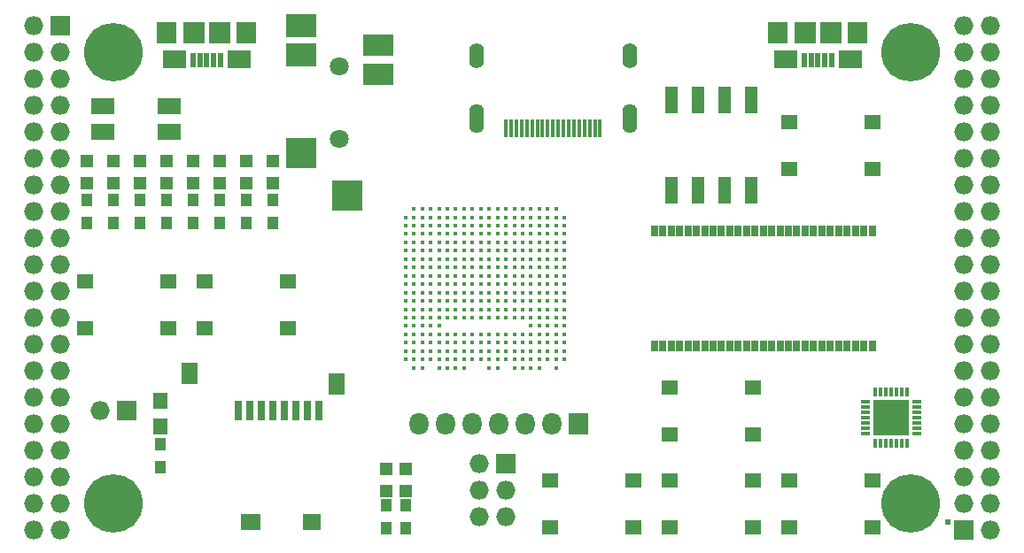
<source format=gts>
G04 #@! TF.FileFunction,Soldermask,Top*
%FSLAX46Y46*%
G04 Gerber Fmt 4.6, Leading zero omitted, Abs format (unit mm)*
G04 Created by KiCad (PCBNEW 4.0.7+dfsg1-1) date Wed Oct  4 18:53:59 2017*
%MOMM*%
%LPD*%
G01*
G04 APERTURE LIST*
%ADD10C,0.100000*%
%ADD11R,0.800000X1.900000*%
%ADD12R,1.700000X1.500000*%
%ADD13R,1.900000X1.500000*%
%ADD14R,1.500000X2.000000*%
%ADD15R,1.298880X1.298880*%
%ADD16R,0.660000X1.000000*%
%ADD17R,1.827200X1.827200*%
%ADD18O,1.827200X1.827200*%
%ADD19C,5.600000*%
%ADD20R,2.300000X1.500000*%
%ADD21R,1.000000X1.300000*%
%ADD22R,2.200000X1.700000*%
%ADD23R,2.000000X2.000000*%
%ADD24R,0.500000X1.450000*%
%ADD25R,1.900000X2.000000*%
%ADD26O,0.950000X0.400000*%
%ADD27O,0.400000X0.950000*%
%ADD28R,1.775000X1.775000*%
%ADD29R,0.600000X0.600000*%
%ADD30R,1.827200X2.132000*%
%ADD31O,1.827200X2.132000*%
%ADD32R,2.900000X2.300000*%
%ADD33R,2.900000X2.900000*%
%ADD34R,2.900000X2.100000*%
%ADD35C,1.800000*%
%ADD36O,1.400000X2.800000*%
%ADD37O,1.400000X2.400000*%
%ADD38R,0.350000X1.700000*%
%ADD39R,1.650000X1.400000*%
%ADD40R,1.220000X2.540000*%
%ADD41R,1.350000X1.600000*%
%ADD42C,0.430000*%
G04 APERTURE END LIST*
D10*
D11*
X114930000Y-99520000D03*
X116030000Y-99520000D03*
X117130000Y-99520000D03*
X118230000Y-99520000D03*
X119330000Y-99520000D03*
X120430000Y-99520000D03*
X121530000Y-99520000D03*
X122630000Y-99520000D03*
D12*
X121920000Y-110120000D03*
D13*
X116120000Y-110120000D03*
D14*
X124320000Y-96970000D03*
X110270000Y-95970000D03*
D15*
X118230000Y-77709020D03*
X118230000Y-75610980D03*
X115690000Y-77709020D03*
X115690000Y-75610980D03*
X113150000Y-77709020D03*
X113150000Y-75610980D03*
X110610000Y-77709020D03*
X110610000Y-75610980D03*
X108070000Y-77709020D03*
X108070000Y-75610980D03*
X105530000Y-77709020D03*
X105530000Y-75610980D03*
X102990000Y-77709020D03*
X102990000Y-75610980D03*
X100450000Y-77709020D03*
X100450000Y-75610980D03*
D16*
X175480000Y-82270000D03*
X154680000Y-93330000D03*
X155480000Y-93330000D03*
X156280000Y-93330000D03*
X157080000Y-93330000D03*
X157880000Y-93330000D03*
X158680000Y-93330000D03*
X159480000Y-93330000D03*
X160280000Y-93330000D03*
X161080000Y-93330000D03*
X161880000Y-93330000D03*
X162680000Y-93330000D03*
X163480000Y-93330000D03*
X164280000Y-93330000D03*
X165080000Y-93330000D03*
X165880000Y-93330000D03*
X166680000Y-93330000D03*
X167480000Y-93330000D03*
X168280000Y-93330000D03*
X169080000Y-93330000D03*
X169880000Y-93330000D03*
X170680000Y-93330000D03*
X171480000Y-93330000D03*
X172280000Y-93330000D03*
X173080000Y-93330000D03*
X173880000Y-93330000D03*
X174680000Y-93330000D03*
X175480000Y-93330000D03*
X174680000Y-82270000D03*
X173880000Y-82270000D03*
X173080000Y-82270000D03*
X172280000Y-82270000D03*
X171480000Y-82270000D03*
X170680000Y-82270000D03*
X169880000Y-82270000D03*
X169080000Y-82270000D03*
X168280000Y-82270000D03*
X167480000Y-82270000D03*
X166680000Y-82270000D03*
X165880000Y-82270000D03*
X165080000Y-82270000D03*
X164280000Y-82270000D03*
X163480000Y-82270000D03*
X162680000Y-82270000D03*
X161880000Y-82270000D03*
X161080000Y-82270000D03*
X160280000Y-82270000D03*
X159480000Y-82270000D03*
X158680000Y-82270000D03*
X157880000Y-82270000D03*
X157080000Y-82270000D03*
X156280000Y-82270000D03*
X155480000Y-82270000D03*
X154680000Y-82270000D03*
D17*
X97910000Y-62690000D03*
D18*
X95370000Y-62690000D03*
X97910000Y-65230000D03*
X95370000Y-65230000D03*
X97910000Y-67770000D03*
X95370000Y-67770000D03*
X97910000Y-70310000D03*
X95370000Y-70310000D03*
X97910000Y-72850000D03*
X95370000Y-72850000D03*
X97910000Y-75390000D03*
X95370000Y-75390000D03*
X97910000Y-77930000D03*
X95370000Y-77930000D03*
X97910000Y-80470000D03*
X95370000Y-80470000D03*
X97910000Y-83010000D03*
X95370000Y-83010000D03*
X97910000Y-85550000D03*
X95370000Y-85550000D03*
X97910000Y-88090000D03*
X95370000Y-88090000D03*
X97910000Y-90630000D03*
X95370000Y-90630000D03*
X97910000Y-93170000D03*
X95370000Y-93170000D03*
X97910000Y-95710000D03*
X95370000Y-95710000D03*
X97910000Y-98250000D03*
X95370000Y-98250000D03*
X97910000Y-100790000D03*
X95370000Y-100790000D03*
X97910000Y-103330000D03*
X95370000Y-103330000D03*
X97910000Y-105870000D03*
X95370000Y-105870000D03*
X97910000Y-108410000D03*
X95370000Y-108410000D03*
X97910000Y-110950000D03*
X95370000Y-110950000D03*
D17*
X184270000Y-110950000D03*
D18*
X186810000Y-110950000D03*
X184270000Y-108410000D03*
X186810000Y-108410000D03*
X184270000Y-105870000D03*
X186810000Y-105870000D03*
X184270000Y-103330000D03*
X186810000Y-103330000D03*
X184270000Y-100790000D03*
X186810000Y-100790000D03*
X184270000Y-98250000D03*
X186810000Y-98250000D03*
X184270000Y-95710000D03*
X186810000Y-95710000D03*
X184270000Y-93170000D03*
X186810000Y-93170000D03*
X184270000Y-90630000D03*
X186810000Y-90630000D03*
X184270000Y-88090000D03*
X186810000Y-88090000D03*
X184270000Y-85550000D03*
X186810000Y-85550000D03*
X184270000Y-83010000D03*
X186810000Y-83010000D03*
X184270000Y-80470000D03*
X186810000Y-80470000D03*
X184270000Y-77930000D03*
X186810000Y-77930000D03*
X184270000Y-75390000D03*
X186810000Y-75390000D03*
X184270000Y-72850000D03*
X186810000Y-72850000D03*
X184270000Y-70310000D03*
X186810000Y-70310000D03*
X184270000Y-67770000D03*
X186810000Y-67770000D03*
X184270000Y-65230000D03*
X186810000Y-65230000D03*
X184270000Y-62690000D03*
X186810000Y-62690000D03*
D19*
X102990000Y-108410000D03*
X179190000Y-108410000D03*
X179190000Y-65230000D03*
X102990000Y-65230000D03*
D20*
X108274000Y-70330000D03*
X101974000Y-70330000D03*
X101974000Y-72830000D03*
X108274000Y-72830000D03*
D17*
X104260000Y-99520000D03*
D18*
X101720000Y-99520000D03*
D15*
X129025000Y-105074980D03*
X129025000Y-107173020D03*
X130930000Y-107173020D03*
X130930000Y-105074980D03*
D21*
X129025000Y-108580000D03*
X129025000Y-110780000D03*
X130930000Y-110780000D03*
X130930000Y-108580000D03*
X107480000Y-102700000D03*
X107480000Y-104900000D03*
D22*
X114980000Y-65875000D03*
X108780000Y-65875000D03*
D23*
X113080000Y-63325000D03*
X110680000Y-63325000D03*
D24*
X113180000Y-66000000D03*
X112530000Y-66000000D03*
X111880000Y-66000000D03*
X111230000Y-66000000D03*
X110580000Y-66000000D03*
D25*
X115680000Y-63325000D03*
X108080000Y-63325000D03*
D22*
X173400000Y-65875000D03*
X167200000Y-65875000D03*
D23*
X171500000Y-63325000D03*
X169100000Y-63325000D03*
D24*
X171600000Y-66000000D03*
X170950000Y-66000000D03*
X170300000Y-66000000D03*
X169650000Y-66000000D03*
X169000000Y-66000000D03*
D25*
X174100000Y-63325000D03*
X166500000Y-63325000D03*
D17*
X140455000Y-104600000D03*
D18*
X137915000Y-104600000D03*
X140455000Y-107140000D03*
X137915000Y-107140000D03*
X140455000Y-109680000D03*
X137915000Y-109680000D03*
D21*
X118230000Y-81570000D03*
X118230000Y-79370000D03*
X115690000Y-81570000D03*
X115690000Y-79370000D03*
X113150000Y-81570000D03*
X113150000Y-79370000D03*
X110610000Y-81570000D03*
X110610000Y-79370000D03*
X108070000Y-81570000D03*
X108070000Y-79370000D03*
X105530000Y-81570000D03*
X105530000Y-79370000D03*
X102990000Y-81570000D03*
X102990000Y-79370000D03*
X100450000Y-81570000D03*
X100450000Y-79370000D03*
D26*
X179735000Y-101655000D03*
X179735000Y-101155000D03*
X179735000Y-100655000D03*
X179735000Y-100155000D03*
X179735000Y-99655000D03*
X179735000Y-99155000D03*
X179735000Y-98655000D03*
D27*
X178785000Y-97705000D03*
X178285000Y-97705000D03*
X177785000Y-97705000D03*
X177285000Y-97705000D03*
X176785000Y-97705000D03*
X176285000Y-97705000D03*
X175785000Y-97705000D03*
D26*
X174835000Y-98655000D03*
X174835000Y-99155000D03*
X174835000Y-99655000D03*
X174835000Y-100155000D03*
X174835000Y-100655000D03*
X174835000Y-101155000D03*
X174835000Y-101655000D03*
D27*
X175785000Y-102605000D03*
X176285000Y-102605000D03*
X176785000Y-102605000D03*
X177285000Y-102605000D03*
X177785000Y-102605000D03*
X178285000Y-102605000D03*
X178785000Y-102605000D03*
D28*
X176447500Y-99317500D03*
X176447500Y-100992500D03*
X178122500Y-99317500D03*
X178122500Y-100992500D03*
D29*
X182680000Y-110200000D03*
D30*
X147440000Y-100790000D03*
D31*
X144900000Y-100790000D03*
X142360000Y-100790000D03*
X139820000Y-100790000D03*
X137280000Y-100790000D03*
X134740000Y-100790000D03*
X132200000Y-100790000D03*
D32*
X120880000Y-62640000D03*
X120880000Y-65440000D03*
D33*
X120880000Y-74840000D03*
X125330000Y-78940000D03*
D34*
X128280000Y-67340000D03*
X128280000Y-64540000D03*
D35*
X124580000Y-66540000D03*
X124580000Y-73540000D03*
D36*
X152280000Y-71550000D03*
X137680000Y-71550000D03*
D37*
X137680000Y-65500000D03*
D38*
X140480000Y-72500000D03*
X140980000Y-72500000D03*
X141480000Y-72500000D03*
X141980000Y-72500000D03*
X142480000Y-72500000D03*
X142980000Y-72500000D03*
X143480000Y-72500000D03*
X143980000Y-72500000D03*
X144480000Y-72500000D03*
X144980000Y-72500000D03*
X145480000Y-72500000D03*
X145980000Y-72500000D03*
X146480000Y-72500000D03*
X146980000Y-72500000D03*
X147480000Y-72500000D03*
X147980000Y-72500000D03*
X148480000Y-72500000D03*
X148980000Y-72500000D03*
X149480000Y-72500000D03*
D37*
X152280000Y-65500000D03*
D39*
X175550000Y-71870000D03*
X175550000Y-76370000D03*
X167590000Y-76370000D03*
X167590000Y-71870000D03*
X100280000Y-91610000D03*
X100280000Y-87110000D03*
X108240000Y-87110000D03*
X108240000Y-91610000D03*
X111710000Y-91610000D03*
X111710000Y-87110000D03*
X119670000Y-87110000D03*
X119670000Y-91610000D03*
X156160000Y-101770000D03*
X156160000Y-97270000D03*
X164120000Y-97270000D03*
X164120000Y-101770000D03*
X164120000Y-106160000D03*
X164120000Y-110660000D03*
X156160000Y-110660000D03*
X156160000Y-106160000D03*
X152690000Y-106160000D03*
X152690000Y-110660000D03*
X144730000Y-110660000D03*
X144730000Y-106160000D03*
X175550000Y-106160000D03*
X175550000Y-110660000D03*
X167590000Y-110660000D03*
X167590000Y-106160000D03*
D40*
X163950000Y-69815000D03*
X156330000Y-78425000D03*
X161410000Y-69815000D03*
X158870000Y-78425000D03*
X158870000Y-69815000D03*
X161410000Y-78425000D03*
X156330000Y-69815000D03*
X163950000Y-78425000D03*
D41*
X107480000Y-101050000D03*
X107480000Y-98550000D03*
D42*
X131680000Y-80200000D03*
X132480000Y-80200000D03*
X133280000Y-80200000D03*
X134080000Y-80200000D03*
X134880000Y-80200000D03*
X135680000Y-80200000D03*
X136480000Y-80200000D03*
X137280000Y-80200000D03*
X138080000Y-80200000D03*
X138880000Y-80200000D03*
X139680000Y-80200000D03*
X140480000Y-80200000D03*
X141280000Y-80200000D03*
X142080000Y-80200000D03*
X142880000Y-80200000D03*
X143680000Y-80200000D03*
X144480000Y-80200000D03*
X145280000Y-80200000D03*
X130880000Y-81000000D03*
X131680000Y-81000000D03*
X132480000Y-81000000D03*
X133280000Y-81000000D03*
X134080000Y-81000000D03*
X134880000Y-81000000D03*
X135680000Y-81000000D03*
X136480000Y-81000000D03*
X137280000Y-81000000D03*
X138080000Y-81000000D03*
X138880000Y-81000000D03*
X139680000Y-81000000D03*
X140480000Y-81000000D03*
X141280000Y-81000000D03*
X142080000Y-81000000D03*
X142880000Y-81000000D03*
X143680000Y-81000000D03*
X144480000Y-81000000D03*
X145280000Y-81000000D03*
X146080000Y-81000000D03*
X130880000Y-81800000D03*
X131680000Y-81800000D03*
X132480000Y-81800000D03*
X133280000Y-81800000D03*
X134080000Y-81800000D03*
X134880000Y-81800000D03*
X135680000Y-81800000D03*
X136480000Y-81800000D03*
X137280000Y-81800000D03*
X138080000Y-81800000D03*
X138880000Y-81800000D03*
X139680000Y-81800000D03*
X140480000Y-81800000D03*
X141280000Y-81800000D03*
X142080000Y-81800000D03*
X142880000Y-81800000D03*
X143680000Y-81800000D03*
X144480000Y-81800000D03*
X145280000Y-81800000D03*
X146080000Y-81800000D03*
X130880000Y-82600000D03*
X131680000Y-82600000D03*
X132480000Y-82600000D03*
X133280000Y-82600000D03*
X134080000Y-82600000D03*
X134880000Y-82600000D03*
X135680000Y-82600000D03*
X136480000Y-82600000D03*
X137280000Y-82600000D03*
X138080000Y-82600000D03*
X138880000Y-82600000D03*
X139680000Y-82600000D03*
X140480000Y-82600000D03*
X141280000Y-82600000D03*
X142080000Y-82600000D03*
X142880000Y-82600000D03*
X143680000Y-82600000D03*
X144480000Y-82600000D03*
X145280000Y-82600000D03*
X146080000Y-82600000D03*
X130880000Y-83400000D03*
X131680000Y-83400000D03*
X132480000Y-83400000D03*
X133280000Y-83400000D03*
X134080000Y-83400000D03*
X134880000Y-83400000D03*
X135680000Y-83400000D03*
X136480000Y-83400000D03*
X137280000Y-83400000D03*
X138080000Y-83400000D03*
X138880000Y-83400000D03*
X139680000Y-83400000D03*
X140480000Y-83400000D03*
X141280000Y-83400000D03*
X142080000Y-83400000D03*
X142880000Y-83400000D03*
X143680000Y-83400000D03*
X144480000Y-83400000D03*
X145280000Y-83400000D03*
X146080000Y-83400000D03*
X130880000Y-84200000D03*
X131680000Y-84200000D03*
X132480000Y-84200000D03*
X133280000Y-84200000D03*
X134080000Y-84200000D03*
X134880000Y-84200000D03*
X135680000Y-84200000D03*
X136480000Y-84200000D03*
X137280000Y-84200000D03*
X138080000Y-84200000D03*
X138880000Y-84200000D03*
X139680000Y-84200000D03*
X140480000Y-84200000D03*
X141280000Y-84200000D03*
X142080000Y-84200000D03*
X142880000Y-84200000D03*
X143680000Y-84200000D03*
X144480000Y-84200000D03*
X145280000Y-84200000D03*
X146080000Y-84200000D03*
X130880000Y-85000000D03*
X131680000Y-85000000D03*
X132480000Y-85000000D03*
X133280000Y-85000000D03*
X134080000Y-85000000D03*
X134880000Y-85000000D03*
X135680000Y-85000000D03*
X136480000Y-85000000D03*
X137280000Y-85000000D03*
X138080000Y-85000000D03*
X138880000Y-85000000D03*
X139680000Y-85000000D03*
X140480000Y-85000000D03*
X141280000Y-85000000D03*
X142080000Y-85000000D03*
X142880000Y-85000000D03*
X143680000Y-85000000D03*
X144480000Y-85000000D03*
X145280000Y-85000000D03*
X146080000Y-85000000D03*
X130880000Y-85800000D03*
X131680000Y-85800000D03*
X132480000Y-85800000D03*
X133280000Y-85800000D03*
X134080000Y-85800000D03*
X134880000Y-85800000D03*
X135680000Y-85800000D03*
X136480000Y-85800000D03*
X137280000Y-85800000D03*
X138080000Y-85800000D03*
X138880000Y-85800000D03*
X139680000Y-85800000D03*
X140480000Y-85800000D03*
X141280000Y-85800000D03*
X142080000Y-85800000D03*
X142880000Y-85800000D03*
X143680000Y-85800000D03*
X144480000Y-85800000D03*
X145280000Y-85800000D03*
X146080000Y-85800000D03*
X130880000Y-86600000D03*
X131680000Y-86600000D03*
X132480000Y-86600000D03*
X133280000Y-86600000D03*
X134080000Y-86600000D03*
X134880000Y-86600000D03*
X135680000Y-86600000D03*
X136480000Y-86600000D03*
X137280000Y-86600000D03*
X138080000Y-86600000D03*
X138880000Y-86600000D03*
X139680000Y-86600000D03*
X140480000Y-86600000D03*
X141280000Y-86600000D03*
X142080000Y-86600000D03*
X142880000Y-86600000D03*
X143680000Y-86600000D03*
X144480000Y-86600000D03*
X145280000Y-86600000D03*
X146080000Y-86600000D03*
X130880000Y-87400000D03*
X131680000Y-87400000D03*
X132480000Y-87400000D03*
X133280000Y-87400000D03*
X134080000Y-87400000D03*
X134880000Y-87400000D03*
X135680000Y-87400000D03*
X136480000Y-87400000D03*
X137280000Y-87400000D03*
X138080000Y-87400000D03*
X138880000Y-87400000D03*
X139680000Y-87400000D03*
X140480000Y-87400000D03*
X141280000Y-87400000D03*
X142080000Y-87400000D03*
X142880000Y-87400000D03*
X143680000Y-87400000D03*
X144480000Y-87400000D03*
X145280000Y-87400000D03*
X146080000Y-87400000D03*
X130880000Y-88200000D03*
X131680000Y-88200000D03*
X132480000Y-88200000D03*
X133280000Y-88200000D03*
X134080000Y-88200000D03*
X134880000Y-88200000D03*
X135680000Y-88200000D03*
X136480000Y-88200000D03*
X137280000Y-88200000D03*
X138080000Y-88200000D03*
X138880000Y-88200000D03*
X139680000Y-88200000D03*
X140480000Y-88200000D03*
X141280000Y-88200000D03*
X142080000Y-88200000D03*
X142880000Y-88200000D03*
X143680000Y-88200000D03*
X144480000Y-88200000D03*
X145280000Y-88200000D03*
X146080000Y-88200000D03*
X130880000Y-89000000D03*
X131680000Y-89000000D03*
X132480000Y-89000000D03*
X133280000Y-89000000D03*
X134080000Y-89000000D03*
X134880000Y-89000000D03*
X135680000Y-89000000D03*
X136480000Y-89000000D03*
X137280000Y-89000000D03*
X138080000Y-89000000D03*
X138880000Y-89000000D03*
X139680000Y-89000000D03*
X140480000Y-89000000D03*
X141280000Y-89000000D03*
X142080000Y-89000000D03*
X142880000Y-89000000D03*
X143680000Y-89000000D03*
X144480000Y-89000000D03*
X145280000Y-89000000D03*
X146080000Y-89000000D03*
X130880000Y-89800000D03*
X131680000Y-89800000D03*
X132480000Y-89800000D03*
X133280000Y-89800000D03*
X134080000Y-89800000D03*
X134880000Y-89800000D03*
X135680000Y-89800000D03*
X136480000Y-89800000D03*
X137280000Y-89800000D03*
X138080000Y-89800000D03*
X138880000Y-89800000D03*
X139680000Y-89800000D03*
X140480000Y-89800000D03*
X141280000Y-89800000D03*
X142080000Y-89800000D03*
X142880000Y-89800000D03*
X143680000Y-89800000D03*
X144480000Y-89800000D03*
X145280000Y-89800000D03*
X146080000Y-89800000D03*
X130880000Y-90600000D03*
X131680000Y-90600000D03*
X132480000Y-90600000D03*
X133280000Y-90600000D03*
X134080000Y-90600000D03*
X134880000Y-90600000D03*
X135680000Y-90600000D03*
X136480000Y-90600000D03*
X137280000Y-90600000D03*
X138080000Y-90600000D03*
X138880000Y-90600000D03*
X139680000Y-90600000D03*
X140480000Y-90600000D03*
X141280000Y-90600000D03*
X142080000Y-90600000D03*
X142880000Y-90600000D03*
X143680000Y-90600000D03*
X144480000Y-90600000D03*
X145280000Y-90600000D03*
X146080000Y-90600000D03*
X130880000Y-91400000D03*
X131680000Y-91400000D03*
X132480000Y-91400000D03*
X133280000Y-91400000D03*
X134080000Y-91400000D03*
X142880000Y-91400000D03*
X143680000Y-91400000D03*
X144480000Y-91400000D03*
X145280000Y-91400000D03*
X146080000Y-91400000D03*
X130880000Y-92200000D03*
X131680000Y-92200000D03*
X132480000Y-92200000D03*
X133280000Y-92200000D03*
X134080000Y-92200000D03*
X134880000Y-92200000D03*
X135680000Y-92200000D03*
X136480000Y-92200000D03*
X137280000Y-92200000D03*
X138080000Y-92200000D03*
X138880000Y-92200000D03*
X139680000Y-92200000D03*
X140480000Y-92200000D03*
X141280000Y-92200000D03*
X142080000Y-92200000D03*
X142880000Y-92200000D03*
X143680000Y-92200000D03*
X144480000Y-92200000D03*
X145280000Y-92200000D03*
X146080000Y-92200000D03*
X130880000Y-93000000D03*
X131680000Y-93000000D03*
X132480000Y-93000000D03*
X133280000Y-93000000D03*
X134080000Y-93000000D03*
X134880000Y-93000000D03*
X135680000Y-93000000D03*
X136480000Y-93000000D03*
X137280000Y-93000000D03*
X138080000Y-93000000D03*
X138880000Y-93000000D03*
X139680000Y-93000000D03*
X140480000Y-93000000D03*
X141280000Y-93000000D03*
X142080000Y-93000000D03*
X142880000Y-93000000D03*
X143680000Y-93000000D03*
X144480000Y-93000000D03*
X145280000Y-93000000D03*
X146080000Y-93000000D03*
X130880000Y-93800000D03*
X131680000Y-93800000D03*
X132480000Y-93800000D03*
X133280000Y-93800000D03*
X134080000Y-93800000D03*
X134880000Y-93800000D03*
X135680000Y-93800000D03*
X136480000Y-93800000D03*
X137280000Y-93800000D03*
X138080000Y-93800000D03*
X138880000Y-93800000D03*
X139680000Y-93800000D03*
X140480000Y-93800000D03*
X141280000Y-93800000D03*
X142080000Y-93800000D03*
X142880000Y-93800000D03*
X143680000Y-93800000D03*
X144480000Y-93800000D03*
X145280000Y-93800000D03*
X146080000Y-93800000D03*
X130880000Y-94600000D03*
X131680000Y-94600000D03*
X132480000Y-94600000D03*
X133280000Y-94600000D03*
X134080000Y-94600000D03*
X134880000Y-94600000D03*
X135680000Y-94600000D03*
X136480000Y-94600000D03*
X137280000Y-94600000D03*
X138080000Y-94600000D03*
X138880000Y-94600000D03*
X139680000Y-94600000D03*
X140480000Y-94600000D03*
X141280000Y-94600000D03*
X142080000Y-94600000D03*
X142880000Y-94600000D03*
X143680000Y-94600000D03*
X144480000Y-94600000D03*
X145280000Y-94600000D03*
X146080000Y-94600000D03*
X131680000Y-95400000D03*
X132480000Y-95400000D03*
X134080000Y-95400000D03*
X134880000Y-95400000D03*
X135680000Y-95400000D03*
X136480000Y-95400000D03*
X138880000Y-95400000D03*
X139680000Y-95400000D03*
X141280000Y-95400000D03*
X142080000Y-95400000D03*
X142880000Y-95400000D03*
X143680000Y-95400000D03*
X145280000Y-95400000D03*
M02*

</source>
